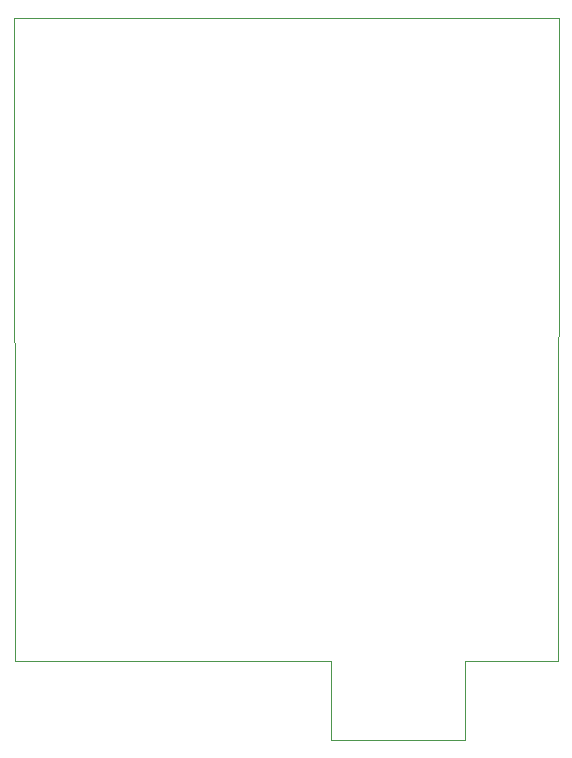
<source format=gbr>
%TF.GenerationSoftware,KiCad,Pcbnew,9.0.0-9.0.0-2~ubuntu22.04.1*%
%TF.CreationDate,2025-03-23T14:57:04+01:00*%
%TF.ProjectId,PCB_Module_Payement,5043425f-4d6f-4647-956c-655f50617965,rev?*%
%TF.SameCoordinates,Original*%
%TF.FileFunction,Profile,NP*%
%FSLAX46Y46*%
G04 Gerber Fmt 4.6, Leading zero omitted, Abs format (unit mm)*
G04 Created by KiCad (PCBNEW 9.0.0-9.0.0-2~ubuntu22.04.1) date 2025-03-23 14:57:04*
%MOMM*%
%LPD*%
G01*
G04 APERTURE LIST*
%TA.AperFunction,Profile*%
%ADD10C,0.050000*%
%TD*%
G04 APERTURE END LIST*
D10*
X174020000Y-125400000D02*
X181880000Y-125400000D01*
X174010000Y-132045000D02*
X162620000Y-132045000D01*
X174010000Y-132045000D02*
X174020000Y-125400000D01*
X181920000Y-70950000D02*
X135800000Y-70950000D01*
X181880000Y-125400000D02*
X181920000Y-70950000D01*
X162620000Y-125400000D02*
X135850000Y-125410000D01*
X162620000Y-132045000D02*
X162620000Y-125400000D01*
X135800000Y-70950000D02*
X135850000Y-125410000D01*
M02*

</source>
